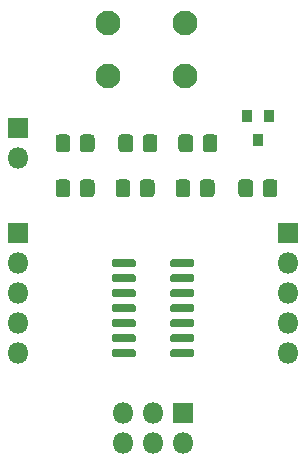
<source format=gbr>
%TF.GenerationSoftware,KiCad,Pcbnew,(5.1.6-0-10_14)*%
%TF.CreationDate,2020-10-01T20:26:03+09:00*%
%TF.ProjectId,hawk,6861776b-2e6b-4696-9361-645f70636258,rev?*%
%TF.SameCoordinates,Original*%
%TF.FileFunction,Soldermask,Top*%
%TF.FilePolarity,Negative*%
%FSLAX46Y46*%
G04 Gerber Fmt 4.6, Leading zero omitted, Abs format (unit mm)*
G04 Created by KiCad (PCBNEW (5.1.6-0-10_14)) date 2020-10-01 20:26:03*
%MOMM*%
%LPD*%
G01*
G04 APERTURE LIST*
%ADD10R,0.900000X1.000000*%
%ADD11C,2.100000*%
%ADD12O,1.800000X1.800000*%
%ADD13R,1.800000X1.800000*%
G04 APERTURE END LIST*
D10*
%TO.C,U2*%
X124460000Y-98790000D03*
X123510000Y-96790000D03*
X125410000Y-96790000D03*
%TD*%
%TO.C,U1*%
G36*
G01*
X117020000Y-109395000D02*
X117020000Y-109045000D01*
G75*
G02*
X117195000Y-108870000I175000J0D01*
G01*
X118895000Y-108870000D01*
G75*
G02*
X119070000Y-109045000I0J-175000D01*
G01*
X119070000Y-109395000D01*
G75*
G02*
X118895000Y-109570000I-175000J0D01*
G01*
X117195000Y-109570000D01*
G75*
G02*
X117020000Y-109395000I0J175000D01*
G01*
G37*
G36*
G01*
X117020000Y-110665000D02*
X117020000Y-110315000D01*
G75*
G02*
X117195000Y-110140000I175000J0D01*
G01*
X118895000Y-110140000D01*
G75*
G02*
X119070000Y-110315000I0J-175000D01*
G01*
X119070000Y-110665000D01*
G75*
G02*
X118895000Y-110840000I-175000J0D01*
G01*
X117195000Y-110840000D01*
G75*
G02*
X117020000Y-110665000I0J175000D01*
G01*
G37*
G36*
G01*
X117020000Y-111935000D02*
X117020000Y-111585000D01*
G75*
G02*
X117195000Y-111410000I175000J0D01*
G01*
X118895000Y-111410000D01*
G75*
G02*
X119070000Y-111585000I0J-175000D01*
G01*
X119070000Y-111935000D01*
G75*
G02*
X118895000Y-112110000I-175000J0D01*
G01*
X117195000Y-112110000D01*
G75*
G02*
X117020000Y-111935000I0J175000D01*
G01*
G37*
G36*
G01*
X117020000Y-113205000D02*
X117020000Y-112855000D01*
G75*
G02*
X117195000Y-112680000I175000J0D01*
G01*
X118895000Y-112680000D01*
G75*
G02*
X119070000Y-112855000I0J-175000D01*
G01*
X119070000Y-113205000D01*
G75*
G02*
X118895000Y-113380000I-175000J0D01*
G01*
X117195000Y-113380000D01*
G75*
G02*
X117020000Y-113205000I0J175000D01*
G01*
G37*
G36*
G01*
X117020000Y-114475000D02*
X117020000Y-114125000D01*
G75*
G02*
X117195000Y-113950000I175000J0D01*
G01*
X118895000Y-113950000D01*
G75*
G02*
X119070000Y-114125000I0J-175000D01*
G01*
X119070000Y-114475000D01*
G75*
G02*
X118895000Y-114650000I-175000J0D01*
G01*
X117195000Y-114650000D01*
G75*
G02*
X117020000Y-114475000I0J175000D01*
G01*
G37*
G36*
G01*
X117020000Y-115745000D02*
X117020000Y-115395000D01*
G75*
G02*
X117195000Y-115220000I175000J0D01*
G01*
X118895000Y-115220000D01*
G75*
G02*
X119070000Y-115395000I0J-175000D01*
G01*
X119070000Y-115745000D01*
G75*
G02*
X118895000Y-115920000I-175000J0D01*
G01*
X117195000Y-115920000D01*
G75*
G02*
X117020000Y-115745000I0J175000D01*
G01*
G37*
G36*
G01*
X117020000Y-117015000D02*
X117020000Y-116665000D01*
G75*
G02*
X117195000Y-116490000I175000J0D01*
G01*
X118895000Y-116490000D01*
G75*
G02*
X119070000Y-116665000I0J-175000D01*
G01*
X119070000Y-117015000D01*
G75*
G02*
X118895000Y-117190000I-175000J0D01*
G01*
X117195000Y-117190000D01*
G75*
G02*
X117020000Y-117015000I0J175000D01*
G01*
G37*
G36*
G01*
X112070000Y-117015000D02*
X112070000Y-116665000D01*
G75*
G02*
X112245000Y-116490000I175000J0D01*
G01*
X113945000Y-116490000D01*
G75*
G02*
X114120000Y-116665000I0J-175000D01*
G01*
X114120000Y-117015000D01*
G75*
G02*
X113945000Y-117190000I-175000J0D01*
G01*
X112245000Y-117190000D01*
G75*
G02*
X112070000Y-117015000I0J175000D01*
G01*
G37*
G36*
G01*
X112070000Y-115745000D02*
X112070000Y-115395000D01*
G75*
G02*
X112245000Y-115220000I175000J0D01*
G01*
X113945000Y-115220000D01*
G75*
G02*
X114120000Y-115395000I0J-175000D01*
G01*
X114120000Y-115745000D01*
G75*
G02*
X113945000Y-115920000I-175000J0D01*
G01*
X112245000Y-115920000D01*
G75*
G02*
X112070000Y-115745000I0J175000D01*
G01*
G37*
G36*
G01*
X112070000Y-114475000D02*
X112070000Y-114125000D01*
G75*
G02*
X112245000Y-113950000I175000J0D01*
G01*
X113945000Y-113950000D01*
G75*
G02*
X114120000Y-114125000I0J-175000D01*
G01*
X114120000Y-114475000D01*
G75*
G02*
X113945000Y-114650000I-175000J0D01*
G01*
X112245000Y-114650000D01*
G75*
G02*
X112070000Y-114475000I0J175000D01*
G01*
G37*
G36*
G01*
X112070000Y-113205000D02*
X112070000Y-112855000D01*
G75*
G02*
X112245000Y-112680000I175000J0D01*
G01*
X113945000Y-112680000D01*
G75*
G02*
X114120000Y-112855000I0J-175000D01*
G01*
X114120000Y-113205000D01*
G75*
G02*
X113945000Y-113380000I-175000J0D01*
G01*
X112245000Y-113380000D01*
G75*
G02*
X112070000Y-113205000I0J175000D01*
G01*
G37*
G36*
G01*
X112070000Y-111935000D02*
X112070000Y-111585000D01*
G75*
G02*
X112245000Y-111410000I175000J0D01*
G01*
X113945000Y-111410000D01*
G75*
G02*
X114120000Y-111585000I0J-175000D01*
G01*
X114120000Y-111935000D01*
G75*
G02*
X113945000Y-112110000I-175000J0D01*
G01*
X112245000Y-112110000D01*
G75*
G02*
X112070000Y-111935000I0J175000D01*
G01*
G37*
G36*
G01*
X112070000Y-110665000D02*
X112070000Y-110315000D01*
G75*
G02*
X112245000Y-110140000I175000J0D01*
G01*
X113945000Y-110140000D01*
G75*
G02*
X114120000Y-110315000I0J-175000D01*
G01*
X114120000Y-110665000D01*
G75*
G02*
X113945000Y-110840000I-175000J0D01*
G01*
X112245000Y-110840000D01*
G75*
G02*
X112070000Y-110665000I0J175000D01*
G01*
G37*
G36*
G01*
X112070000Y-109395000D02*
X112070000Y-109045000D01*
G75*
G02*
X112245000Y-108870000I175000J0D01*
G01*
X113945000Y-108870000D01*
G75*
G02*
X114120000Y-109045000I0J-175000D01*
G01*
X114120000Y-109395000D01*
G75*
G02*
X113945000Y-109570000I-175000J0D01*
G01*
X112245000Y-109570000D01*
G75*
G02*
X112070000Y-109395000I0J175000D01*
G01*
G37*
%TD*%
D11*
%TO.C,SW1*%
X118260000Y-88900000D03*
X118260000Y-93400000D03*
X111760000Y-88900000D03*
X111760000Y-93400000D03*
%TD*%
%TO.C,R3*%
G36*
G01*
X124860000Y-103348262D02*
X124860000Y-102391738D01*
G75*
G02*
X125131738Y-102120000I271738J0D01*
G01*
X125838262Y-102120000D01*
G75*
G02*
X126110000Y-102391738I0J-271738D01*
G01*
X126110000Y-103348262D01*
G75*
G02*
X125838262Y-103620000I-271738J0D01*
G01*
X125131738Y-103620000D01*
G75*
G02*
X124860000Y-103348262I0J271738D01*
G01*
G37*
G36*
G01*
X122810000Y-103348262D02*
X122810000Y-102391738D01*
G75*
G02*
X123081738Y-102120000I271738J0D01*
G01*
X123788262Y-102120000D01*
G75*
G02*
X124060000Y-102391738I0J-271738D01*
G01*
X124060000Y-103348262D01*
G75*
G02*
X123788262Y-103620000I-271738J0D01*
G01*
X123081738Y-103620000D01*
G75*
G02*
X122810000Y-103348262I0J271738D01*
G01*
G37*
%TD*%
%TO.C,R2*%
G36*
G01*
X109375000Y-103348262D02*
X109375000Y-102391738D01*
G75*
G02*
X109646738Y-102120000I271738J0D01*
G01*
X110353262Y-102120000D01*
G75*
G02*
X110625000Y-102391738I0J-271738D01*
G01*
X110625000Y-103348262D01*
G75*
G02*
X110353262Y-103620000I-271738J0D01*
G01*
X109646738Y-103620000D01*
G75*
G02*
X109375000Y-103348262I0J271738D01*
G01*
G37*
G36*
G01*
X107325000Y-103348262D02*
X107325000Y-102391738D01*
G75*
G02*
X107596738Y-102120000I271738J0D01*
G01*
X108303262Y-102120000D01*
G75*
G02*
X108575000Y-102391738I0J-271738D01*
G01*
X108575000Y-103348262D01*
G75*
G02*
X108303262Y-103620000I-271738J0D01*
G01*
X107596738Y-103620000D01*
G75*
G02*
X107325000Y-103348262I0J271738D01*
G01*
G37*
%TD*%
%TO.C,R1*%
G36*
G01*
X114700000Y-99538262D02*
X114700000Y-98581738D01*
G75*
G02*
X114971738Y-98310000I271738J0D01*
G01*
X115678262Y-98310000D01*
G75*
G02*
X115950000Y-98581738I0J-271738D01*
G01*
X115950000Y-99538262D01*
G75*
G02*
X115678262Y-99810000I-271738J0D01*
G01*
X114971738Y-99810000D01*
G75*
G02*
X114700000Y-99538262I0J271738D01*
G01*
G37*
G36*
G01*
X112650000Y-99538262D02*
X112650000Y-98581738D01*
G75*
G02*
X112921738Y-98310000I271738J0D01*
G01*
X113628262Y-98310000D01*
G75*
G02*
X113900000Y-98581738I0J-271738D01*
G01*
X113900000Y-99538262D01*
G75*
G02*
X113628262Y-99810000I-271738J0D01*
G01*
X112921738Y-99810000D01*
G75*
G02*
X112650000Y-99538262I0J271738D01*
G01*
G37*
%TD*%
D12*
%TO.C,J3*%
X104140000Y-100330000D03*
D13*
X104140000Y-97790000D03*
%TD*%
D12*
%TO.C,J2*%
X127000000Y-116840000D03*
X127000000Y-114300000D03*
X127000000Y-111760000D03*
X127000000Y-109220000D03*
D13*
X127000000Y-106680000D03*
%TD*%
D12*
%TO.C,J1*%
X104140000Y-116840000D03*
X104140000Y-114300000D03*
X104140000Y-111760000D03*
X104140000Y-109220000D03*
D13*
X104140000Y-106680000D03*
%TD*%
D12*
%TO.C,J0*%
X113030000Y-124460000D03*
X113030000Y-121920000D03*
X115570000Y-124460000D03*
X115570000Y-121920000D03*
X118110000Y-124460000D03*
D13*
X118110000Y-121920000D03*
%TD*%
%TO.C,D1*%
G36*
G01*
X109375000Y-99538262D02*
X109375000Y-98581738D01*
G75*
G02*
X109646738Y-98310000I271738J0D01*
G01*
X110353262Y-98310000D01*
G75*
G02*
X110625000Y-98581738I0J-271738D01*
G01*
X110625000Y-99538262D01*
G75*
G02*
X110353262Y-99810000I-271738J0D01*
G01*
X109646738Y-99810000D01*
G75*
G02*
X109375000Y-99538262I0J271738D01*
G01*
G37*
G36*
G01*
X107325000Y-99538262D02*
X107325000Y-98581738D01*
G75*
G02*
X107596738Y-98310000I271738J0D01*
G01*
X108303262Y-98310000D01*
G75*
G02*
X108575000Y-98581738I0J-271738D01*
G01*
X108575000Y-99538262D01*
G75*
G02*
X108303262Y-99810000I-271738J0D01*
G01*
X107596738Y-99810000D01*
G75*
G02*
X107325000Y-99538262I0J271738D01*
G01*
G37*
%TD*%
%TO.C,C3*%
G36*
G01*
X114455000Y-103348262D02*
X114455000Y-102391738D01*
G75*
G02*
X114726738Y-102120000I271738J0D01*
G01*
X115433262Y-102120000D01*
G75*
G02*
X115705000Y-102391738I0J-271738D01*
G01*
X115705000Y-103348262D01*
G75*
G02*
X115433262Y-103620000I-271738J0D01*
G01*
X114726738Y-103620000D01*
G75*
G02*
X114455000Y-103348262I0J271738D01*
G01*
G37*
G36*
G01*
X112405000Y-103348262D02*
X112405000Y-102391738D01*
G75*
G02*
X112676738Y-102120000I271738J0D01*
G01*
X113383262Y-102120000D01*
G75*
G02*
X113655000Y-102391738I0J-271738D01*
G01*
X113655000Y-103348262D01*
G75*
G02*
X113383262Y-103620000I-271738J0D01*
G01*
X112676738Y-103620000D01*
G75*
G02*
X112405000Y-103348262I0J271738D01*
G01*
G37*
%TD*%
%TO.C,C2*%
G36*
G01*
X119535000Y-103348262D02*
X119535000Y-102391738D01*
G75*
G02*
X119806738Y-102120000I271738J0D01*
G01*
X120513262Y-102120000D01*
G75*
G02*
X120785000Y-102391738I0J-271738D01*
G01*
X120785000Y-103348262D01*
G75*
G02*
X120513262Y-103620000I-271738J0D01*
G01*
X119806738Y-103620000D01*
G75*
G02*
X119535000Y-103348262I0J271738D01*
G01*
G37*
G36*
G01*
X117485000Y-103348262D02*
X117485000Y-102391738D01*
G75*
G02*
X117756738Y-102120000I271738J0D01*
G01*
X118463262Y-102120000D01*
G75*
G02*
X118735000Y-102391738I0J-271738D01*
G01*
X118735000Y-103348262D01*
G75*
G02*
X118463262Y-103620000I-271738J0D01*
G01*
X117756738Y-103620000D01*
G75*
G02*
X117485000Y-103348262I0J271738D01*
G01*
G37*
%TD*%
%TO.C,C1*%
G36*
G01*
X119780000Y-99538262D02*
X119780000Y-98581738D01*
G75*
G02*
X120051738Y-98310000I271738J0D01*
G01*
X120758262Y-98310000D01*
G75*
G02*
X121030000Y-98581738I0J-271738D01*
G01*
X121030000Y-99538262D01*
G75*
G02*
X120758262Y-99810000I-271738J0D01*
G01*
X120051738Y-99810000D01*
G75*
G02*
X119780000Y-99538262I0J271738D01*
G01*
G37*
G36*
G01*
X117730000Y-99538262D02*
X117730000Y-98581738D01*
G75*
G02*
X118001738Y-98310000I271738J0D01*
G01*
X118708262Y-98310000D01*
G75*
G02*
X118980000Y-98581738I0J-271738D01*
G01*
X118980000Y-99538262D01*
G75*
G02*
X118708262Y-99810000I-271738J0D01*
G01*
X118001738Y-99810000D01*
G75*
G02*
X117730000Y-99538262I0J271738D01*
G01*
G37*
%TD*%
M02*

</source>
